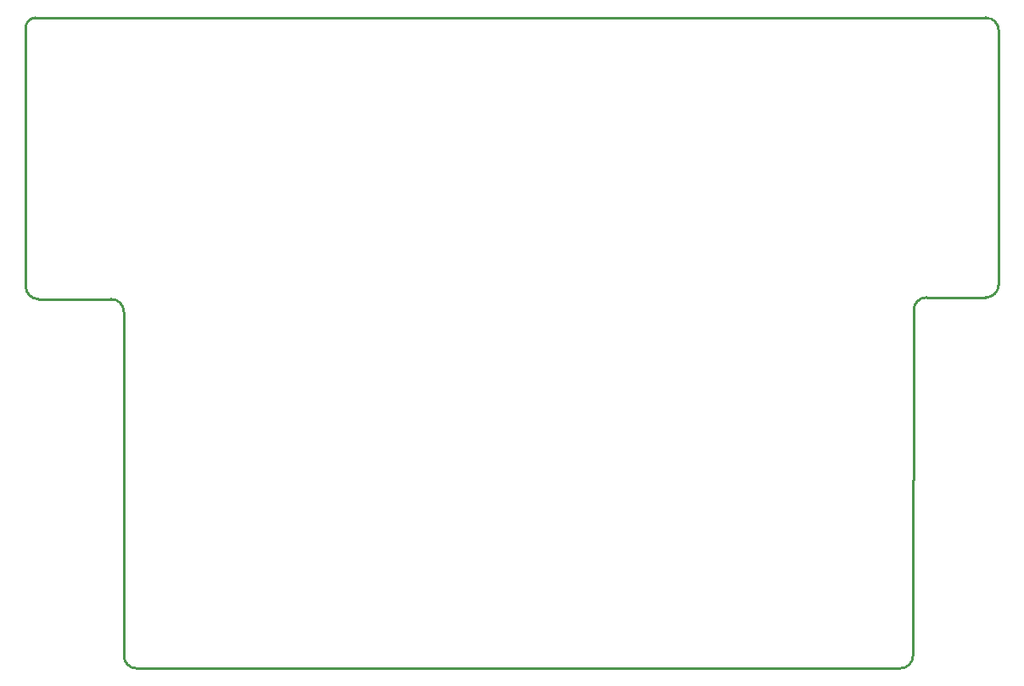
<source format=gko>
G04*
G04 #@! TF.GenerationSoftware,Altium Limited,Altium Designer,20.0.11 (256)*
G04*
G04 Layer_Color=16711935*
%FSLAX44Y44*%
%MOMM*%
G71*
G01*
G75*
%ADD32C,0.2540*%
D32*
X1376050Y520750D02*
G03*
X1388750Y533450I0J12700D01*
G01*
X601250D02*
G03*
X613950Y520750I12700J0D01*
G01*
X601250Y876800D02*
G03*
X588550Y889500I-12700J0D01*
G01*
X503250Y902200D02*
G03*
X515950Y889500I12700J0D01*
G01*
X1402200Y891149D02*
G03*
X1389500Y878449I0J-12700D01*
G01*
X1474250Y1157800D02*
G03*
X1461550Y1170500I-12700J0D01*
G01*
X529679Y1170429D02*
G03*
X529750Y1170500I0J71D01*
G01*
X513500D02*
G03*
X503250Y1160250I0J-10250D01*
G01*
X1461550Y891149D02*
G03*
X1474250Y903849I0J12700D01*
G01*
X1339500Y520750D02*
X1376050D01*
X1254750D02*
X1339500D01*
X852000D02*
X1254750D01*
X613950D02*
X852000D01*
X1388750Y533450D02*
Y544500D01*
X601250Y533450D02*
Y876800D01*
X515950Y889500D02*
X588550D01*
X503250Y902200D02*
Y903200D01*
X1402200Y891149D02*
X1461550D01*
X1389500Y870500D02*
Y878449D01*
X1388750Y534700D02*
Y544500D01*
X1389500Y870500D01*
X1474250Y1144000D02*
Y1157800D01*
X1444500Y1170500D02*
X1461550D01*
X512298Y1170429D02*
X551111Y1170500D01*
X503250Y903200D02*
Y911000D01*
X1474250Y903849D02*
Y911500D01*
Y1144000D01*
X529750Y1170500D02*
X1444500Y1170500D01*
X503250Y911000D02*
Y1160250D01*
M02*

</source>
